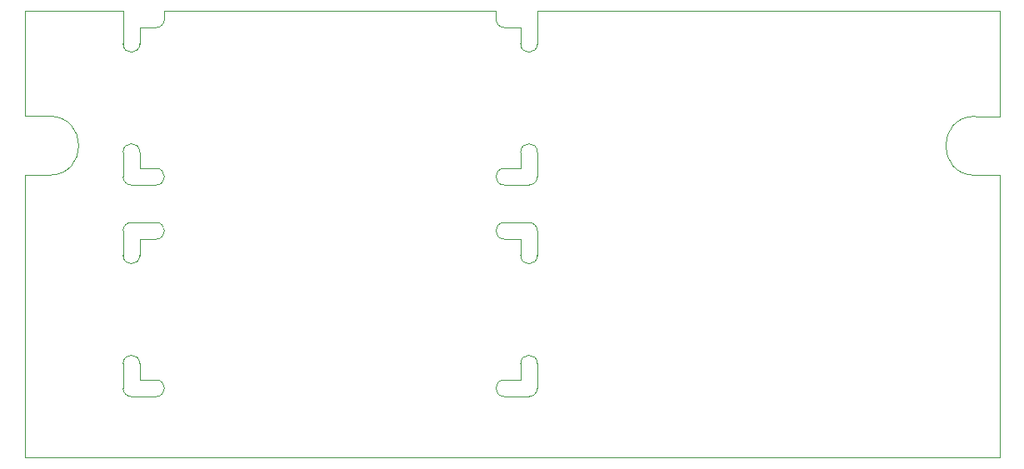
<source format=gbr>
G04 #@! TF.GenerationSoftware,KiCad,Pcbnew,(5.1.6-0-10_14)*
G04 #@! TF.CreationDate,2020-10-10T00:55:13+02:00*
G04 #@! TF.ProjectId,ka3005p_displaydriver,6b613330-3035-4705-9f64-6973706c6179,rev?*
G04 #@! TF.SameCoordinates,Original*
G04 #@! TF.FileFunction,Profile,NP*
%FSLAX46Y46*%
G04 Gerber Fmt 4.6, Leading zero omitted, Abs format (unit mm)*
G04 Created by KiCad (PCBNEW (5.1.6-0-10_14)) date 2020-10-10 00:55:13*
%MOMM*%
%LPD*%
G01*
G04 APERTURE LIST*
G04 #@! TA.AperFunction,Profile*
%ADD10C,0.050000*%
G04 #@! TD*
G04 APERTURE END LIST*
D10*
X152100000Y-70000000D02*
X152100000Y-73350000D01*
X152100000Y-73350000D02*
G75*
G02*
X150400000Y-73350000I-850000J0D01*
G01*
X147900000Y-70000000D02*
X147900000Y-70850000D01*
X199100000Y-70000000D02*
X152100000Y-70000000D01*
X150400000Y-71700000D02*
X150400000Y-73350000D01*
X148750000Y-71700000D02*
G75*
G02*
X147900000Y-70850000I0J850000D01*
G01*
X148750000Y-71700000D02*
X150400000Y-71700000D01*
X110000000Y-92350000D02*
X110000000Y-94850000D01*
X111700000Y-93200000D02*
X113350000Y-93200000D01*
X111700000Y-94850000D02*
X111700000Y-93200000D01*
X111700000Y-94850000D02*
G75*
G02*
X110000000Y-94850000I-850000J0D01*
G01*
X113350000Y-91500000D02*
G75*
G02*
X113350000Y-93200000I0J-850000D01*
G01*
X113350000Y-91500000D02*
X110850000Y-91500000D01*
X110000000Y-92350000D02*
G75*
G02*
X110850000Y-91500000I850000J0D01*
G01*
X151250000Y-91500000D02*
X148750000Y-91500000D01*
X150400000Y-93200000D02*
X150400000Y-94850000D01*
X148750000Y-93200000D02*
X150400000Y-93200000D01*
X148750000Y-93200000D02*
G75*
G02*
X148750000Y-91500000I0J850000D01*
G01*
X152100000Y-94850000D02*
G75*
G02*
X150400000Y-94850000I-850000J0D01*
G01*
X152100000Y-94850000D02*
X152100000Y-92350000D01*
X151250000Y-91500000D02*
G75*
G02*
X152100000Y-92350000I0J-850000D01*
G01*
X152100000Y-108350000D02*
X152100000Y-105850000D01*
X150400000Y-107500000D02*
X148750000Y-107500000D01*
X150400000Y-105850000D02*
X150400000Y-107500000D01*
X150400000Y-105850000D02*
G75*
G02*
X152100000Y-105850000I850000J0D01*
G01*
X148750000Y-109200000D02*
G75*
G02*
X148750000Y-107500000I0J850000D01*
G01*
X148750000Y-109200000D02*
X151250000Y-109200000D01*
X152100000Y-108350000D02*
G75*
G02*
X151250000Y-109200000I-850000J0D01*
G01*
X110850000Y-109200000D02*
X113350000Y-109200000D01*
X111700000Y-107500000D02*
X111700000Y-105850000D01*
X113350000Y-107500000D02*
X111700000Y-107500000D01*
X113350000Y-107500000D02*
G75*
G02*
X113350000Y-109200000I0J-850000D01*
G01*
X110000000Y-105850000D02*
G75*
G02*
X111700000Y-105850000I850000J0D01*
G01*
X110000000Y-105850000D02*
X110000000Y-108350000D01*
X110850000Y-109200000D02*
G75*
G02*
X110000000Y-108350000I0J850000D01*
G01*
X110000000Y-70000000D02*
X110000000Y-73350000D01*
X111700000Y-71700000D02*
X113350000Y-71700000D01*
X111700000Y-73350000D02*
X111700000Y-71700000D01*
X111700000Y-73350000D02*
G75*
G02*
X110000000Y-73350000I-850000J0D01*
G01*
X114200000Y-70850000D02*
G75*
G02*
X113350000Y-71700000I-850000J0D01*
G01*
X152100000Y-86850000D02*
X152100000Y-84350000D01*
X150400000Y-86000000D02*
X148750000Y-86000000D01*
X150400000Y-84350000D02*
X150400000Y-86000000D01*
X150400000Y-84350000D02*
G75*
G02*
X152100000Y-84350000I850000J0D01*
G01*
X148750000Y-87700000D02*
G75*
G02*
X148750000Y-86000000I0J850000D01*
G01*
X148750000Y-87700000D02*
X151250000Y-87700000D01*
X152100000Y-86850000D02*
G75*
G02*
X151250000Y-87700000I-850000J0D01*
G01*
X110000000Y-84350000D02*
X110000000Y-86850000D01*
X110850000Y-87700000D02*
G75*
G02*
X110000000Y-86850000I0J850000D01*
G01*
X113350000Y-86000000D02*
G75*
G02*
X113350000Y-87700000I0J-850000D01*
G01*
X110000000Y-84350000D02*
G75*
G02*
X111700000Y-84350000I850000J0D01*
G01*
X111700000Y-86000000D02*
X111700000Y-84350000D01*
X110850000Y-87700000D02*
X113350000Y-87700000D01*
X113350000Y-86000000D02*
X111700000Y-86000000D01*
X100000000Y-70000000D02*
X110000000Y-70000000D01*
X114200000Y-70000000D02*
X114200000Y-70850000D01*
X196600000Y-80710000D02*
X199100000Y-80710000D01*
X196600000Y-86710000D02*
X199100000Y-86710000D01*
X196600000Y-86710000D02*
G75*
G02*
X196600000Y-80710000I0J3000000D01*
G01*
X102500000Y-86700000D02*
X100000000Y-86700000D01*
X102500000Y-80700000D02*
X100000000Y-80700000D01*
X199100000Y-86710000D02*
X199100000Y-115400000D01*
X100000000Y-115400000D02*
X100000000Y-86700000D01*
X102500000Y-80700000D02*
G75*
G02*
X102500000Y-86700000I0J-3000000D01*
G01*
X100000000Y-80700000D02*
X100000000Y-70000000D01*
X199100000Y-115400000D02*
X100000000Y-115400000D01*
X199100000Y-70000000D02*
X199100000Y-80710000D01*
X114200000Y-70000000D02*
X147900000Y-70000000D01*
M02*

</source>
